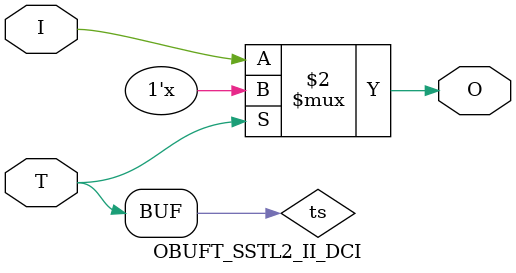
<source format=v>

/*

FUNCTION    : TRI-STATE OUTPUT BUFFER

*/

`celldefine
`timescale  100 ps / 10 ps

module OBUFT_SSTL2_II_DCI (O, I, T);

    output O;

    input  I, T;

    or O1 (ts, 1'b0, T);
    bufif0 T1 (O, I, ts);

endmodule

</source>
